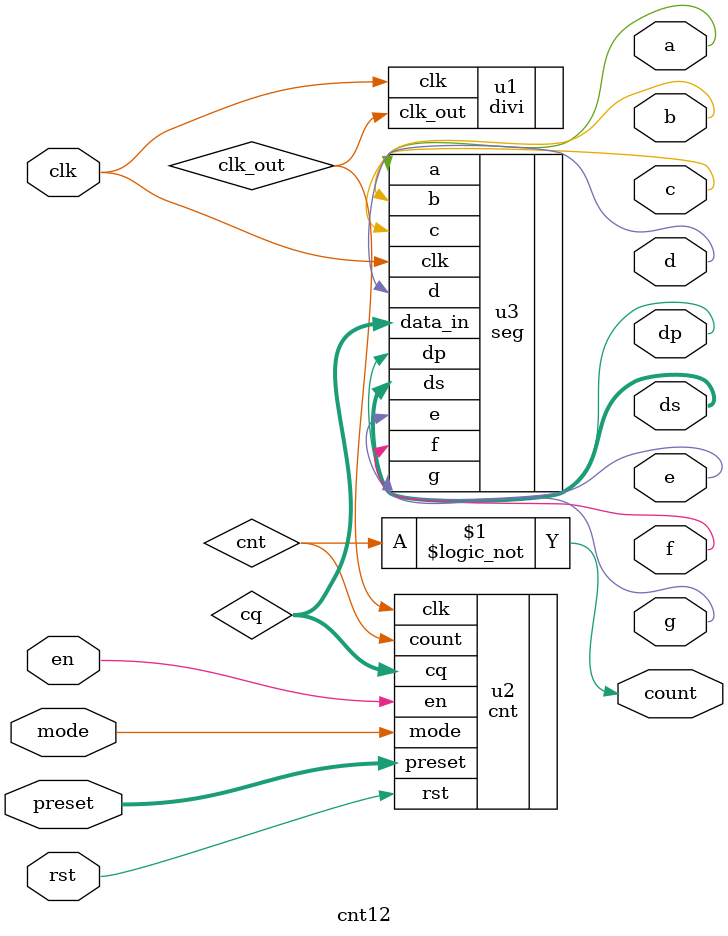
<source format=v>
module cnt12(clk, rst, en, a, b, c, d, e, f, g, dp, ds, count, mode, preset);

input clk, rst, en, mode;
input [3:0] preset;

output [7:0] ds;
output a, b, c, d, e, f, g, dp, count;

wire clk_out, cnt;
wire [3:0] cq;

divi u1(.clk(clk), .clk_out(clk_out));

cnt u2(.clk(clk_out), .rst(rst), .en(en), .cq(cq), .count(cnt), .mode(mode), .preset(preset));

seg u3(.clk(clk), .data_in(cq), .a(a), .b(b), .c(c), .d(d), .e(e), .f(f), .g(g), .dp(dp), .ds(ds));

assign count = !cnt;

endmodule

</source>
